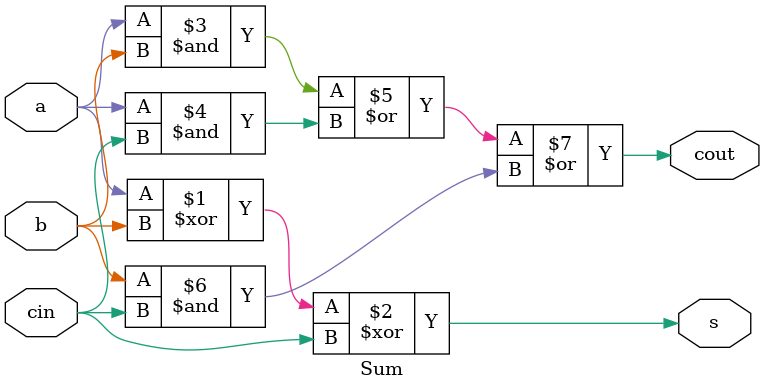
<source format=sv>
module Sum(output wire s, cout, input wire a, b, cin);
  assign s = a^b^cin;
  assign cout = a&b | a&cin | b&cin;
  
 endmodule

    
</source>
